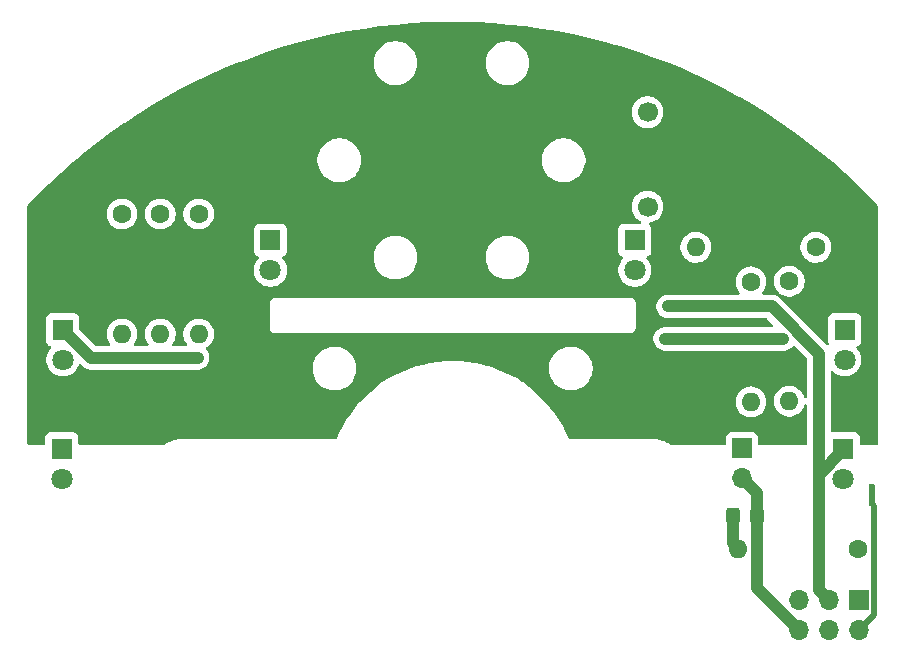
<source format=gbr>
%TF.GenerationSoftware,KiCad,Pcbnew,9.0.0*%
%TF.CreationDate,2025-06-18T11:31:42+09:00*%
%TF.ProjectId,headlight_upper_side,68656164-6c69-4676-9874-5f7570706572,00*%
%TF.SameCoordinates,Original*%
%TF.FileFunction,Copper,L1,Top*%
%TF.FilePolarity,Positive*%
%FSLAX46Y46*%
G04 Gerber Fmt 4.6, Leading zero omitted, Abs format (unit mm)*
G04 Created by KiCad (PCBNEW 9.0.0) date 2025-06-18 11:31:42*
%MOMM*%
%LPD*%
G01*
G04 APERTURE LIST*
G04 Aperture macros list*
%AMRoundRect*
0 Rectangle with rounded corners*
0 $1 Rounding radius*
0 $2 $3 $4 $5 $6 $7 $8 $9 X,Y pos of 4 corners*
0 Add a 4 corners polygon primitive as box body*
4,1,4,$2,$3,$4,$5,$6,$7,$8,$9,$2,$3,0*
0 Add four circle primitives for the rounded corners*
1,1,$1+$1,$2,$3*
1,1,$1+$1,$4,$5*
1,1,$1+$1,$6,$7*
1,1,$1+$1,$8,$9*
0 Add four rect primitives between the rounded corners*
20,1,$1+$1,$2,$3,$4,$5,0*
20,1,$1+$1,$4,$5,$6,$7,0*
20,1,$1+$1,$6,$7,$8,$9,0*
20,1,$1+$1,$8,$9,$2,$3,0*%
G04 Aperture macros list end*
%TA.AperFunction,ComponentPad*%
%ADD10R,1.800000X1.800000*%
%TD*%
%TA.AperFunction,ComponentPad*%
%ADD11C,1.800000*%
%TD*%
%TA.AperFunction,SMDPad,CuDef*%
%ADD12RoundRect,0.250000X0.325000X0.450000X-0.325000X0.450000X-0.325000X-0.450000X0.325000X-0.450000X0*%
%TD*%
%TA.AperFunction,ComponentPad*%
%ADD13C,1.700000*%
%TD*%
%TA.AperFunction,ComponentPad*%
%ADD14C,1.600000*%
%TD*%
%TA.AperFunction,ComponentPad*%
%ADD15O,1.600000X1.600000*%
%TD*%
%TA.AperFunction,ComponentPad*%
%ADD16R,1.700000X1.700000*%
%TD*%
%TA.AperFunction,ComponentPad*%
%ADD17O,1.700000X1.700000*%
%TD*%
%TA.AperFunction,ViaPad*%
%ADD18C,0.600000*%
%TD*%
%TA.AperFunction,Conductor*%
%ADD19C,1.000000*%
%TD*%
%TA.AperFunction,Conductor*%
%ADD20C,0.500000*%
%TD*%
G04 APERTURE END LIST*
D10*
%TO.P,IR4,1,K*%
%TO.N,IR*%
X94830233Y-59299432D03*
D11*
%TO.P,IR4,2,A*%
%TO.N,Net-(IR4-A)*%
X94830233Y-61839432D03*
%TD*%
D10*
%TO.P,LB1,1,K*%
%TO.N,LB*%
X28749999Y-49224999D03*
D11*
%TO.P,LB1,2,A*%
%TO.N,Net-(LB1-A)*%
X28749999Y-51764999D03*
%TD*%
D10*
%TO.P,IR1,1,K*%
%TO.N,IR*%
X28669765Y-59299432D03*
D11*
%TO.P,IR1,2,A*%
%TO.N,Net-(IR1-A)*%
X28669765Y-61839432D03*
%TD*%
D10*
%TO.P,LB2,1,K*%
%TO.N,LB*%
X94949999Y-49224999D03*
D11*
%TO.P,LB2,2,A*%
%TO.N,Net-(LB2-A)*%
X94949999Y-51764999D03*
%TD*%
D12*
%TO.P,PWR1,1,K*%
%TO.N,GND*%
X87524999Y-64999999D03*
%TO.P,PWR1,2,A*%
%TO.N,Net-(PWR1-A)*%
X85474999Y-64999999D03*
%TD*%
D10*
%TO.P,IR3,1,K*%
%TO.N,IR*%
X77175566Y-41644765D03*
D11*
%TO.P,IR3,2,A*%
%TO.N,Net-(IR3-A)*%
X77175566Y-44184765D03*
%TD*%
D13*
%TO.P,HB1,1,K*%
%TO.N,HB_K*%
X78249999Y-30807758D03*
%TO.P,HB1,2,A*%
%TO.N,HB_A*%
X78249999Y-38807758D03*
%TD*%
D10*
%TO.P,IR2,1,K*%
%TO.N,IR*%
X46324432Y-41644765D03*
D11*
%TO.P,IR2,2,A*%
%TO.N,Net-(IR2-A)*%
X46324432Y-44184765D03*
%TD*%
D14*
%TO.P,R6,1*%
%TO.N,+5.1V*%
X90249999Y-45119999D03*
D15*
%TO.P,R6,2*%
%TO.N,Net-(IR4-A)*%
X90249999Y-55279999D03*
%TD*%
D14*
%TO.P,R9,1*%
%TO.N,+5.1V*%
X96079999Y-67749999D03*
D15*
%TO.P,R9,2*%
%TO.N,Net-(PWR1-A)*%
X85919999Y-67749999D03*
%TD*%
D14*
%TO.P,R1,1*%
%TO.N,+5.1V*%
X33749999Y-39419999D03*
D15*
%TO.P,R1,2*%
%TO.N,Net-(LB1-A)*%
X33749999Y-49579999D03*
%TD*%
D16*
%TO.P,J2,1,Pin_1*%
%TO.N,+5.1V*%
X96160000Y-72137142D03*
D17*
%TO.P,J2,2,Pin_2*%
%TO.N,LB*%
X96160000Y-74677142D03*
%TO.P,J2,3,Pin_3*%
%TO.N,IR*%
X93620000Y-72137142D03*
%TO.P,J2,4,Pin_4*%
%TO.N,HB_A*%
X93620000Y-74677142D03*
%TO.P,J2,5,Pin_5*%
%TO.N,HB_K*%
X91080000Y-72137142D03*
%TO.P,J2,6,Pin_6*%
%TO.N,GND*%
X91080000Y-74677142D03*
%TD*%
D14*
%TO.P,R4,1*%
%TO.N,+5.1V*%
X40249999Y-39419999D03*
D15*
%TO.P,R4,2*%
%TO.N,Net-(IR2-A)*%
X40249999Y-49579999D03*
%TD*%
D16*
%TO.P,M1,1,+*%
%TO.N,+5.1V*%
X86249999Y-59224999D03*
D17*
%TO.P,M1,2,-*%
%TO.N,GND*%
X86249999Y-61764999D03*
%TD*%
D14*
%TO.P,R5,1*%
%TO.N,+5.1V*%
X92499999Y-42249999D03*
D15*
%TO.P,R5,2*%
%TO.N,Net-(IR3-A)*%
X82339999Y-42249999D03*
%TD*%
D14*
%TO.P,R2,1*%
%TO.N,+5.1V*%
X86999999Y-45169999D03*
D15*
%TO.P,R2,2*%
%TO.N,Net-(LB2-A)*%
X86999999Y-55329999D03*
%TD*%
D14*
%TO.P,R3,1*%
%TO.N,+5.1V*%
X36999999Y-39419999D03*
D15*
%TO.P,R3,2*%
%TO.N,Net-(IR1-A)*%
X36999999Y-49579999D03*
%TD*%
D18*
%TO.N,IR*%
X79999999Y-47249999D03*
X80749999Y-47249999D03*
X81499999Y-47249999D03*
%TO.N,LB*%
X81249999Y-49999999D03*
X88999999Y-49999999D03*
X80499999Y-49999999D03*
X39349999Y-51599999D03*
X38549999Y-51599999D03*
X40149999Y-51599999D03*
X97248999Y-63199999D03*
X88249999Y-49999999D03*
X79749999Y-49999999D03*
X89749999Y-49999999D03*
X97249999Y-63899999D03*
X97248999Y-62500999D03*
%TD*%
D19*
%TO.N,GND*%
X91080000Y-74677142D02*
X87524999Y-71122141D01*
X87524999Y-68749999D02*
X87524999Y-63039999D01*
X87524999Y-63039999D02*
X86249999Y-61764999D01*
X87524999Y-71122141D02*
X87524999Y-68749999D01*
%TO.N,IR*%
X92749999Y-51249999D02*
X92749999Y-61499999D01*
X93620000Y-72137142D02*
X92749999Y-71267141D01*
X88749999Y-47249999D02*
X92749999Y-51249999D01*
X79999999Y-47249999D02*
X80749999Y-47249999D01*
X92749999Y-71267141D02*
X92749999Y-61499999D01*
X80749999Y-47249999D02*
X81499999Y-47249999D01*
X81499999Y-47249999D02*
X88749999Y-47249999D01*
X94830233Y-59299432D02*
X94830233Y-59419765D01*
X94830233Y-59419765D02*
X92749999Y-61499999D01*
D20*
%TO.N,LB*%
X97248999Y-63898999D02*
X97248999Y-63199999D01*
D19*
X88249999Y-49999999D02*
X88999999Y-49999999D01*
D20*
X97248999Y-63199999D02*
X97248999Y-62500999D01*
D19*
X38549999Y-51599999D02*
X31124999Y-51599999D01*
X39349999Y-51599999D02*
X40149999Y-51599999D01*
X88999999Y-49999999D02*
X89749999Y-49999999D01*
X79749999Y-49999999D02*
X88249999Y-49999999D01*
D20*
X97249999Y-63899999D02*
X97461000Y-64111000D01*
D19*
X38549999Y-51599999D02*
X39349999Y-51599999D01*
D20*
X97461000Y-64111000D02*
X97461000Y-73376142D01*
X97249999Y-63899999D02*
X97248999Y-63898999D01*
D19*
X31124999Y-51599999D02*
X28749999Y-49224999D01*
D20*
X97461000Y-73376142D02*
X96160000Y-74677142D01*
D19*
%TO.N,Net-(PWR1-A)*%
X85474999Y-64999999D02*
X85474999Y-67304999D01*
X85474999Y-67304999D02*
X85919999Y-67749999D01*
%TD*%
%TA.AperFunction,NonConductor*%
G36*
X62438456Y-23154740D02*
G01*
X63807972Y-23192789D01*
X63811312Y-23192927D01*
X65179311Y-23269000D01*
X65182689Y-23269234D01*
X66548007Y-23383267D01*
X66551433Y-23383601D01*
X67913010Y-23535502D01*
X67916326Y-23535918D01*
X69273238Y-23725583D01*
X69276604Y-23726101D01*
X70627689Y-23953372D01*
X70630972Y-23953971D01*
X71859938Y-24195975D01*
X71975275Y-24218687D01*
X71978644Y-24219400D01*
X73314924Y-24521313D01*
X73318272Y-24522117D01*
X74645801Y-24861063D01*
X74649027Y-24861935D01*
X75496542Y-25103584D01*
X75966558Y-25237598D01*
X75969859Y-25238588D01*
X77276436Y-25650693D01*
X77279652Y-25651756D01*
X77780931Y-25825311D01*
X78574312Y-26099999D01*
X78577550Y-26101171D01*
X79419501Y-26419123D01*
X79859263Y-26585194D01*
X79862420Y-26586438D01*
X80302640Y-26766805D01*
X81130127Y-27105844D01*
X81133296Y-27107193D01*
X82386165Y-27661639D01*
X82389290Y-27663074D01*
X82416035Y-27675810D01*
X83626206Y-28252067D01*
X83629294Y-28253591D01*
X84849414Y-28876728D01*
X84852459Y-28878336D01*
X85090945Y-29008609D01*
X85973146Y-29490512D01*
X86054776Y-29535102D01*
X86057762Y-29536787D01*
X87241444Y-30226731D01*
X87244351Y-30228480D01*
X88408365Y-30951000D01*
X88411266Y-30952857D01*
X89554743Y-31707412D01*
X89557590Y-31709348D01*
X90679704Y-32495390D01*
X90682498Y-32497405D01*
X91641285Y-33209535D01*
X91782335Y-33314298D01*
X91785061Y-33316383D01*
X92861820Y-34163530D01*
X92864434Y-34165646D01*
X93917282Y-35042397D01*
X93919833Y-35044581D01*
X94947895Y-35950207D01*
X94950437Y-35952510D01*
X95777876Y-36723258D01*
X95952923Y-36886311D01*
X95955399Y-36888682D01*
X96931594Y-37849993D01*
X96933960Y-37852387D01*
X97714924Y-38665384D01*
X97747170Y-38727367D01*
X97749499Y-38751285D01*
X97749499Y-58875999D01*
X97729814Y-58943038D01*
X97677010Y-58988793D01*
X97625499Y-58999999D01*
X96354732Y-58999999D01*
X96287693Y-58980314D01*
X96241938Y-58927510D01*
X96230732Y-58875999D01*
X96230732Y-58351561D01*
X96230731Y-58351555D01*
X96230730Y-58351548D01*
X96224324Y-58291949D01*
X96174029Y-58157101D01*
X96174028Y-58157100D01*
X96174026Y-58157096D01*
X96087780Y-58041887D01*
X96087777Y-58041884D01*
X95972568Y-57955638D01*
X95972561Y-57955634D01*
X95837715Y-57905340D01*
X95837716Y-57905340D01*
X95778116Y-57898933D01*
X95778114Y-57898932D01*
X95778106Y-57898932D01*
X95778097Y-57898932D01*
X93882357Y-57898932D01*
X93881124Y-57898999D01*
X93880844Y-57898932D01*
X93879041Y-57898933D01*
X93879041Y-57898506D01*
X93813128Y-57882924D01*
X93764618Y-57832640D01*
X93750499Y-57775176D01*
X93750499Y-52845468D01*
X93770184Y-52778429D01*
X93822988Y-52732674D01*
X93892146Y-52722730D01*
X93955702Y-52751755D01*
X93962180Y-52757787D01*
X94037635Y-52833242D01*
X94037640Y-52833246D01*
X94103318Y-52880963D01*
X94215977Y-52962814D01*
X94344374Y-53028236D01*
X94412392Y-53062894D01*
X94412395Y-53062895D01*
X94514589Y-53096099D01*
X94622048Y-53131014D01*
X94839777Y-53165499D01*
X94839778Y-53165499D01*
X95060220Y-53165499D01*
X95060221Y-53165499D01*
X95277950Y-53131014D01*
X95487605Y-53062894D01*
X95684021Y-52962814D01*
X95862364Y-52833241D01*
X96018241Y-52677364D01*
X96147814Y-52499021D01*
X96247894Y-52302605D01*
X96316014Y-52092950D01*
X96350499Y-51875221D01*
X96350499Y-51654777D01*
X96316014Y-51437048D01*
X96247894Y-51227393D01*
X96247894Y-51227392D01*
X96213236Y-51159374D01*
X96147814Y-51030977D01*
X96097857Y-50962217D01*
X96018246Y-50852640D01*
X96018242Y-50852635D01*
X95968070Y-50802463D01*
X95934585Y-50741140D01*
X95939569Y-50671448D01*
X95981441Y-50615515D01*
X96012419Y-50598600D01*
X96092325Y-50568797D01*
X96092325Y-50568796D01*
X96092330Y-50568795D01*
X96207545Y-50482545D01*
X96293795Y-50367330D01*
X96344090Y-50232482D01*
X96350499Y-50172872D01*
X96350498Y-48277127D01*
X96344090Y-48217516D01*
X96342051Y-48212050D01*
X96293796Y-48082670D01*
X96293792Y-48082663D01*
X96207546Y-47967454D01*
X96207543Y-47967451D01*
X96092334Y-47881205D01*
X96092327Y-47881201D01*
X95957481Y-47830907D01*
X95957482Y-47830907D01*
X95897882Y-47824500D01*
X95897880Y-47824499D01*
X95897872Y-47824499D01*
X95897863Y-47824499D01*
X94002128Y-47824499D01*
X94002122Y-47824500D01*
X93942515Y-47830907D01*
X93807670Y-47881201D01*
X93807663Y-47881205D01*
X93692454Y-47967451D01*
X93692451Y-47967454D01*
X93606205Y-48082663D01*
X93606201Y-48082670D01*
X93555907Y-48217516D01*
X93550245Y-48270184D01*
X93549500Y-48277122D01*
X93549499Y-48277134D01*
X93549499Y-50172869D01*
X93549500Y-50172875D01*
X93555908Y-50232483D01*
X93599703Y-50349906D01*
X93604687Y-50419597D01*
X93571201Y-50480920D01*
X93509878Y-50514404D01*
X93440186Y-50509419D01*
X93395840Y-50480919D01*
X93387780Y-50472859D01*
X89534208Y-46619288D01*
X89534205Y-46619284D01*
X89534205Y-46619285D01*
X89527138Y-46612218D01*
X89527138Y-46612217D01*
X89387781Y-46472860D01*
X89387780Y-46472859D01*
X89387779Y-46472858D01*
X89223919Y-46363370D01*
X89223910Y-46363365D01*
X89131811Y-46325217D01*
X89095164Y-46310037D01*
X89041835Y-46287948D01*
X89041831Y-46287947D01*
X89041827Y-46287945D01*
X88945187Y-46268723D01*
X88848543Y-46249499D01*
X88848540Y-46249499D01*
X88059046Y-46249499D01*
X87992007Y-46229814D01*
X87946252Y-46177010D01*
X87936308Y-46107852D01*
X87965333Y-46044296D01*
X87971365Y-46037818D01*
X87991965Y-46017218D01*
X87991967Y-46017214D01*
X87991970Y-46017212D01*
X88044731Y-45944589D01*
X88112286Y-45851609D01*
X88205219Y-45669218D01*
X88268476Y-45474533D01*
X88300499Y-45272351D01*
X88300499Y-45067647D01*
X88292580Y-45017647D01*
X88949499Y-45017647D01*
X88949499Y-45222350D01*
X88981521Y-45424533D01*
X89044780Y-45619222D01*
X89137714Y-45801612D01*
X89258027Y-45967212D01*
X89402785Y-46111970D01*
X89492307Y-46177010D01*
X89568389Y-46232286D01*
X89639901Y-46268723D01*
X89750775Y-46325217D01*
X89750777Y-46325217D01*
X89750780Y-46325219D01*
X89855136Y-46359126D01*
X89945464Y-46388476D01*
X90046556Y-46404487D01*
X90147647Y-46420499D01*
X90147648Y-46420499D01*
X90352350Y-46420499D01*
X90352351Y-46420499D01*
X90554533Y-46388476D01*
X90749218Y-46325219D01*
X90931609Y-46232286D01*
X91028398Y-46161965D01*
X91097212Y-46111970D01*
X91097214Y-46111967D01*
X91097218Y-46111965D01*
X91241965Y-45967218D01*
X91241967Y-45967214D01*
X91241970Y-45967212D01*
X91325959Y-45851609D01*
X91362286Y-45801609D01*
X91455219Y-45619218D01*
X91518476Y-45424533D01*
X91550499Y-45222351D01*
X91550499Y-45017647D01*
X91518476Y-44815465D01*
X91455219Y-44620780D01*
X91455217Y-44620777D01*
X91455217Y-44620775D01*
X91400158Y-44512717D01*
X91362286Y-44438389D01*
X91354555Y-44427748D01*
X91241970Y-44272785D01*
X91097212Y-44128027D01*
X90931612Y-44007714D01*
X90931611Y-44007713D01*
X90931609Y-44007712D01*
X90874652Y-43978690D01*
X90749222Y-43914780D01*
X90554533Y-43851521D01*
X90379994Y-43823877D01*
X90352351Y-43819499D01*
X90147647Y-43819499D01*
X90123328Y-43823350D01*
X89945464Y-43851521D01*
X89750775Y-43914780D01*
X89568385Y-44007714D01*
X89402785Y-44128027D01*
X89258027Y-44272785D01*
X89137714Y-44438385D01*
X89044780Y-44620775D01*
X88981521Y-44815464D01*
X88949499Y-45017647D01*
X88292580Y-45017647D01*
X88268476Y-44865465D01*
X88205219Y-44670780D01*
X88205217Y-44670777D01*
X88205217Y-44670775D01*
X88171502Y-44604606D01*
X88112286Y-44488389D01*
X88104555Y-44477748D01*
X87991970Y-44322785D01*
X87847212Y-44178027D01*
X87681612Y-44057714D01*
X87681611Y-44057713D01*
X87681609Y-44057712D01*
X87583479Y-44007712D01*
X87499222Y-43964780D01*
X87304533Y-43901521D01*
X87129994Y-43873877D01*
X87102351Y-43869499D01*
X86897647Y-43869499D01*
X86873328Y-43873350D01*
X86695464Y-43901521D01*
X86500775Y-43964780D01*
X86318385Y-44057714D01*
X86152785Y-44178027D01*
X86008027Y-44322785D01*
X85887714Y-44488385D01*
X85794780Y-44670775D01*
X85731521Y-44865464D01*
X85699499Y-45067647D01*
X85699499Y-45272350D01*
X85731521Y-45474533D01*
X85794780Y-45669222D01*
X85887714Y-45851612D01*
X86008027Y-46017212D01*
X86028633Y-46037818D01*
X86062118Y-46099141D01*
X86057134Y-46168833D01*
X86015262Y-46224766D01*
X85949798Y-46249183D01*
X85940952Y-46249499D01*
X79901456Y-46249499D01*
X79708169Y-46287946D01*
X79708159Y-46287949D01*
X79526091Y-46363363D01*
X79526078Y-46363370D01*
X79362217Y-46472859D01*
X79362213Y-46472862D01*
X79222862Y-46612213D01*
X79222859Y-46612217D01*
X79113370Y-46776078D01*
X79113363Y-46776091D01*
X79037949Y-46958159D01*
X79037946Y-46958169D01*
X78999499Y-47151455D01*
X78999499Y-47151458D01*
X78999499Y-47348540D01*
X78999499Y-47348542D01*
X78999498Y-47348542D01*
X79037946Y-47541828D01*
X79037949Y-47541838D01*
X79113363Y-47723906D01*
X79113370Y-47723919D01*
X79222859Y-47887780D01*
X79222862Y-47887784D01*
X79362213Y-48027135D01*
X79362217Y-48027138D01*
X79526078Y-48136627D01*
X79526091Y-48136634D01*
X79708159Y-48212048D01*
X79708164Y-48212050D01*
X79708168Y-48212050D01*
X79708169Y-48212051D01*
X79901455Y-48250499D01*
X79901458Y-48250499D01*
X80651458Y-48250499D01*
X81401458Y-48250499D01*
X88284217Y-48250499D01*
X88351256Y-48270184D01*
X88371898Y-48286818D01*
X88872898Y-48787818D01*
X88906383Y-48849141D01*
X88901399Y-48918833D01*
X88859527Y-48974766D01*
X88794063Y-48999183D01*
X88785217Y-48999499D01*
X79651456Y-48999499D01*
X79458169Y-49037946D01*
X79458159Y-49037949D01*
X79276091Y-49113363D01*
X79276078Y-49113370D01*
X79112217Y-49222859D01*
X79112213Y-49222862D01*
X78972862Y-49362213D01*
X78972859Y-49362217D01*
X78863370Y-49526078D01*
X78863363Y-49526091D01*
X78787949Y-49708159D01*
X78787946Y-49708169D01*
X78749499Y-49901455D01*
X78749499Y-49901458D01*
X78749499Y-50098540D01*
X78749499Y-50098542D01*
X78749498Y-50098542D01*
X78787946Y-50291828D01*
X78787949Y-50291838D01*
X78863363Y-50473906D01*
X78863370Y-50473919D01*
X78972859Y-50637780D01*
X78972862Y-50637784D01*
X79112213Y-50777135D01*
X79112217Y-50777138D01*
X79276078Y-50886627D01*
X79276091Y-50886634D01*
X79448780Y-50958163D01*
X79458164Y-50962050D01*
X79458168Y-50962050D01*
X79458169Y-50962051D01*
X79651455Y-51000499D01*
X79651458Y-51000499D01*
X89848542Y-51000499D01*
X89978581Y-50974631D01*
X90041834Y-50962050D01*
X90223913Y-50886631D01*
X90387781Y-50777138D01*
X90527138Y-50637781D01*
X90527145Y-50637770D01*
X90528560Y-50636047D01*
X90529542Y-50635377D01*
X90531446Y-50633474D01*
X90531806Y-50633834D01*
X90586302Y-50596707D01*
X90656147Y-50594830D01*
X90712102Y-50627022D01*
X91713180Y-51628100D01*
X91746665Y-51689423D01*
X91749499Y-51715781D01*
X91749499Y-54903574D01*
X91729814Y-54970613D01*
X91677010Y-55016368D01*
X91607852Y-55026312D01*
X91544296Y-54997287D01*
X91507568Y-54941893D01*
X91455217Y-54780775D01*
X91387760Y-54648385D01*
X91362286Y-54598389D01*
X91354555Y-54587748D01*
X91241970Y-54432785D01*
X91097212Y-54288027D01*
X90931612Y-54167714D01*
X90931611Y-54167713D01*
X90931609Y-54167712D01*
X90874652Y-54138690D01*
X90749222Y-54074780D01*
X90554533Y-54011521D01*
X90379994Y-53983877D01*
X90352351Y-53979499D01*
X90147647Y-53979499D01*
X90123328Y-53983350D01*
X89945464Y-54011521D01*
X89750775Y-54074780D01*
X89568385Y-54167714D01*
X89402785Y-54288027D01*
X89258027Y-54432785D01*
X89137714Y-54598385D01*
X89044780Y-54780775D01*
X88981521Y-54975464D01*
X88949499Y-55177647D01*
X88949499Y-55382350D01*
X88981521Y-55584533D01*
X89044780Y-55779222D01*
X89137714Y-55961612D01*
X89258027Y-56127212D01*
X89402785Y-56271970D01*
X89557748Y-56384555D01*
X89568389Y-56392286D01*
X89684606Y-56451502D01*
X89750775Y-56485217D01*
X89750777Y-56485217D01*
X89750780Y-56485219D01*
X89855136Y-56519126D01*
X89945464Y-56548476D01*
X90046556Y-56564487D01*
X90147647Y-56580499D01*
X90147648Y-56580499D01*
X90352350Y-56580499D01*
X90352351Y-56580499D01*
X90554533Y-56548476D01*
X90749218Y-56485219D01*
X90931609Y-56392286D01*
X91024589Y-56324731D01*
X91097212Y-56271970D01*
X91097214Y-56271967D01*
X91097218Y-56271965D01*
X91241965Y-56127218D01*
X91241967Y-56127214D01*
X91241970Y-56127212D01*
X91325959Y-56011609D01*
X91362286Y-55961609D01*
X91455219Y-55779218D01*
X91507568Y-55618105D01*
X91547006Y-55560429D01*
X91611364Y-55533231D01*
X91680211Y-55545146D01*
X91731686Y-55592390D01*
X91749499Y-55656423D01*
X91749499Y-58875999D01*
X91729814Y-58943038D01*
X91677010Y-58988793D01*
X91625499Y-58999999D01*
X87724498Y-58999999D01*
X87657459Y-58980314D01*
X87611704Y-58927510D01*
X87600498Y-58875999D01*
X87600498Y-58327128D01*
X87600497Y-58327122D01*
X87600496Y-58327115D01*
X87594090Y-58267516D01*
X87543795Y-58132668D01*
X87543794Y-58132667D01*
X87543792Y-58132663D01*
X87457546Y-58017454D01*
X87457543Y-58017451D01*
X87342334Y-57931205D01*
X87342327Y-57931201D01*
X87207481Y-57880907D01*
X87207482Y-57880907D01*
X87147882Y-57874500D01*
X87147880Y-57874499D01*
X87147872Y-57874499D01*
X87147863Y-57874499D01*
X85352128Y-57874499D01*
X85352122Y-57874500D01*
X85292515Y-57880907D01*
X85157670Y-57931201D01*
X85157663Y-57931205D01*
X85042454Y-58017451D01*
X85042451Y-58017454D01*
X84956205Y-58132663D01*
X84956201Y-58132670D01*
X84905907Y-58267516D01*
X84899500Y-58327115D01*
X84899500Y-58327122D01*
X84899499Y-58327134D01*
X84899499Y-58875999D01*
X84879814Y-58943038D01*
X84827010Y-58988793D01*
X84775499Y-58999999D01*
X80292926Y-58999999D01*
X80225887Y-58980314D01*
X80222486Y-58978049D01*
X80045973Y-58856210D01*
X80045968Y-58856207D01*
X80045967Y-58856207D01*
X79922700Y-58791511D01*
X79778119Y-58715629D01*
X79778114Y-58715627D01*
X79778112Y-58715626D01*
X79699462Y-58685798D01*
X79495270Y-58608357D01*
X79425033Y-58591045D01*
X79201550Y-58535962D01*
X79021370Y-58514084D01*
X78901253Y-58499499D01*
X78901251Y-58499499D01*
X78815891Y-58499499D01*
X71677908Y-58499499D01*
X71610869Y-58479814D01*
X71565114Y-58427010D01*
X71564304Y-58425199D01*
X71521394Y-58327115D01*
X71357442Y-57952352D01*
X71070500Y-57389978D01*
X70750676Y-56845632D01*
X70399097Y-56321234D01*
X70289607Y-56177212D01*
X70017013Y-55818642D01*
X69844847Y-55618105D01*
X69605749Y-55339605D01*
X69576133Y-55308991D01*
X69576132Y-55308989D01*
X69497442Y-55227647D01*
X85699499Y-55227647D01*
X85699499Y-55432350D01*
X85731521Y-55634533D01*
X85794780Y-55829222D01*
X85887714Y-56011612D01*
X86008027Y-56177212D01*
X86152785Y-56321970D01*
X86249565Y-56392283D01*
X86318389Y-56442286D01*
X86402646Y-56485217D01*
X86500775Y-56535217D01*
X86500777Y-56535217D01*
X86500780Y-56535219D01*
X86576156Y-56559710D01*
X86695464Y-56598476D01*
X86796556Y-56614487D01*
X86897647Y-56630499D01*
X86897648Y-56630499D01*
X87102350Y-56630499D01*
X87102351Y-56630499D01*
X87304533Y-56598476D01*
X87499218Y-56535219D01*
X87681609Y-56442286D01*
X87774589Y-56374731D01*
X87847212Y-56321970D01*
X87847214Y-56321967D01*
X87847218Y-56321965D01*
X87991965Y-56177218D01*
X87991967Y-56177214D01*
X87991970Y-56177212D01*
X88048983Y-56098739D01*
X88112286Y-56011609D01*
X88205219Y-55829218D01*
X88268476Y-55634533D01*
X88300499Y-55432351D01*
X88300499Y-55227647D01*
X88268476Y-55025465D01*
X88259320Y-54997287D01*
X88223107Y-54885833D01*
X88205219Y-54830780D01*
X88205217Y-54830777D01*
X88205217Y-54830775D01*
X88171502Y-54764606D01*
X88112286Y-54648389D01*
X88104555Y-54637748D01*
X87991970Y-54482785D01*
X87847212Y-54338027D01*
X87681612Y-54217714D01*
X87681611Y-54217713D01*
X87681609Y-54217712D01*
X87583479Y-54167712D01*
X87499222Y-54124780D01*
X87304533Y-54061521D01*
X87129994Y-54033877D01*
X87102351Y-54029499D01*
X86897647Y-54029499D01*
X86873328Y-54033350D01*
X86695464Y-54061521D01*
X86500775Y-54124780D01*
X86318385Y-54217714D01*
X86152785Y-54338027D01*
X86008027Y-54482785D01*
X85887714Y-54648385D01*
X85794780Y-54830775D01*
X85731521Y-55025464D01*
X85699499Y-55227647D01*
X69497442Y-55227647D01*
X69166787Y-54885848D01*
X69166772Y-54885833D01*
X68701655Y-54458947D01*
X68701629Y-54458925D01*
X68211987Y-54060405D01*
X68211984Y-54060403D01*
X68211977Y-54060397D01*
X67699518Y-53691635D01*
X67646951Y-53658359D01*
X67166071Y-53353951D01*
X67166064Y-53353946D01*
X66762739Y-53131013D01*
X66613514Y-53048530D01*
X66043797Y-52776453D01*
X66043786Y-52776448D01*
X65458950Y-52538687D01*
X65458918Y-52538675D01*
X65321451Y-52492092D01*
X64986865Y-52378710D01*
X69899499Y-52378710D01*
X69899499Y-52621287D01*
X69931160Y-52861784D01*
X69993946Y-53096103D01*
X70086772Y-53320204D01*
X70086775Y-53320211D01*
X70208063Y-53530288D01*
X70208065Y-53530291D01*
X70208066Y-53530292D01*
X70355732Y-53722735D01*
X70355738Y-53722742D01*
X70527255Y-53894259D01*
X70527262Y-53894265D01*
X70638342Y-53979499D01*
X70719710Y-54041935D01*
X70929787Y-54163223D01*
X71153899Y-54256053D01*
X71388210Y-54318837D01*
X71534021Y-54338033D01*
X71628710Y-54350499D01*
X71628711Y-54350499D01*
X71871288Y-54350499D01*
X71919387Y-54344166D01*
X72111788Y-54318837D01*
X72346099Y-54256053D01*
X72570211Y-54163223D01*
X72780288Y-54041935D01*
X72972737Y-53894264D01*
X73144264Y-53722737D01*
X73291935Y-53530288D01*
X73413223Y-53320211D01*
X73506053Y-53096099D01*
X73568837Y-52861788D01*
X73600499Y-52621287D01*
X73600499Y-52378711D01*
X73568837Y-52138210D01*
X73506053Y-51903899D01*
X73413223Y-51679787D01*
X73291935Y-51469710D01*
X73231017Y-51390320D01*
X73144265Y-51277262D01*
X73144259Y-51277255D01*
X72972742Y-51105738D01*
X72972735Y-51105732D01*
X72780292Y-50958066D01*
X72780291Y-50958065D01*
X72780288Y-50958063D01*
X72570211Y-50836775D01*
X72570204Y-50836772D01*
X72346103Y-50743946D01*
X72204245Y-50705935D01*
X72111788Y-50681161D01*
X72111787Y-50681160D01*
X72111784Y-50681160D01*
X71871288Y-50649499D01*
X71871287Y-50649499D01*
X71628711Y-50649499D01*
X71628710Y-50649499D01*
X71388213Y-50681160D01*
X71153894Y-50743946D01*
X70929793Y-50836772D01*
X70929784Y-50836776D01*
X70719705Y-50958066D01*
X70527262Y-51105732D01*
X70527255Y-51105738D01*
X70355738Y-51277255D01*
X70355732Y-51277262D01*
X70208066Y-51469705D01*
X70086776Y-51679784D01*
X70086772Y-51679793D01*
X69993946Y-51903894D01*
X69931160Y-52138213D01*
X69899499Y-52378710D01*
X64986865Y-52378710D01*
X64860994Y-52336056D01*
X64860993Y-52336055D01*
X64860985Y-52336053D01*
X64252061Y-52169282D01*
X64212676Y-52160973D01*
X63634322Y-52038959D01*
X63634302Y-52038955D01*
X63009923Y-51945539D01*
X62381074Y-51889354D01*
X62381042Y-51889352D01*
X61750009Y-51870604D01*
X61749989Y-51870604D01*
X61118955Y-51889352D01*
X61118923Y-51889354D01*
X60490074Y-51945539D01*
X59865695Y-52038955D01*
X59865675Y-52038959D01*
X59247950Y-52169279D01*
X59247945Y-52169280D01*
X59247937Y-52169282D01*
X58639013Y-52336053D01*
X58639008Y-52336054D01*
X58639003Y-52336056D01*
X58041079Y-52538675D01*
X58041047Y-52538687D01*
X57456211Y-52776448D01*
X57456200Y-52776453D01*
X56886483Y-53048530D01*
X56886483Y-53048531D01*
X56333933Y-53353946D01*
X56333926Y-53353951D01*
X55800488Y-53691629D01*
X55288035Y-54060387D01*
X55288010Y-54060405D01*
X54798368Y-54458925D01*
X54798342Y-54458947D01*
X54333225Y-54885833D01*
X54333210Y-54885848D01*
X53894276Y-55339574D01*
X53894251Y-55339602D01*
X53894249Y-55339605D01*
X53857551Y-55382351D01*
X53482984Y-55818642D01*
X53100898Y-56321237D01*
X52749333Y-56845614D01*
X52749314Y-56845645D01*
X52429508Y-57389960D01*
X52429491Y-57389990D01*
X52142554Y-57952356D01*
X51935694Y-58425199D01*
X51890790Y-58478728D01*
X51824074Y-58499483D01*
X51822090Y-58499499D01*
X38598744Y-58499499D01*
X38448596Y-58517730D01*
X38298447Y-58535962D01*
X38149461Y-58572684D01*
X38004727Y-58608358D01*
X37782133Y-58692777D01*
X37721886Y-58715626D01*
X37721883Y-58715627D01*
X37721879Y-58715629D01*
X37721878Y-58715629D01*
X37454034Y-58856205D01*
X37277514Y-58978049D01*
X37211160Y-58999932D01*
X37207074Y-58999999D01*
X30194264Y-58999999D01*
X30127225Y-58980314D01*
X30081470Y-58927510D01*
X30070264Y-58875999D01*
X30070264Y-58351561D01*
X30070263Y-58351555D01*
X30070262Y-58351548D01*
X30063856Y-58291949D01*
X30013561Y-58157101D01*
X30013560Y-58157100D01*
X30013558Y-58157096D01*
X29927312Y-58041887D01*
X29927309Y-58041884D01*
X29812100Y-57955638D01*
X29812093Y-57955634D01*
X29677247Y-57905340D01*
X29677248Y-57905340D01*
X29617648Y-57898933D01*
X29617646Y-57898932D01*
X29617638Y-57898932D01*
X29617629Y-57898932D01*
X27721894Y-57898932D01*
X27721888Y-57898933D01*
X27662281Y-57905340D01*
X27527436Y-57955634D01*
X27527429Y-57955638D01*
X27412220Y-58041884D01*
X27412217Y-58041887D01*
X27325971Y-58157096D01*
X27325967Y-58157103D01*
X27275673Y-58291949D01*
X27271891Y-58327134D01*
X27269266Y-58351555D01*
X27269265Y-58351567D01*
X27269265Y-58875999D01*
X27249580Y-58943038D01*
X27196776Y-58988793D01*
X27145265Y-58999999D01*
X25874499Y-58999999D01*
X25807460Y-58980314D01*
X25761705Y-58927510D01*
X25750499Y-58875999D01*
X25750499Y-48277134D01*
X27349499Y-48277134D01*
X27349499Y-50172869D01*
X27349500Y-50172875D01*
X27355907Y-50232482D01*
X27406201Y-50367327D01*
X27406205Y-50367334D01*
X27492451Y-50482543D01*
X27492454Y-50482546D01*
X27607663Y-50568792D01*
X27607670Y-50568796D01*
X27687579Y-50598600D01*
X27743513Y-50640471D01*
X27767930Y-50705935D01*
X27753079Y-50774208D01*
X27731928Y-50802462D01*
X27681755Y-50852635D01*
X27681751Y-50852640D01*
X27552186Y-51030973D01*
X27452103Y-51227392D01*
X27452102Y-51227395D01*
X27383984Y-51437046D01*
X27378811Y-51469710D01*
X27349499Y-51654777D01*
X27349499Y-51875221D01*
X27352129Y-51891828D01*
X27383984Y-52092951D01*
X27452102Y-52302602D01*
X27452103Y-52302605D01*
X27490882Y-52378711D01*
X27548653Y-52492092D01*
X27552186Y-52499024D01*
X27681751Y-52677357D01*
X27681755Y-52677362D01*
X27837635Y-52833242D01*
X27837640Y-52833246D01*
X27903318Y-52880963D01*
X28015977Y-52962814D01*
X28144374Y-53028236D01*
X28212392Y-53062894D01*
X28212395Y-53062895D01*
X28314589Y-53096099D01*
X28422048Y-53131014D01*
X28639777Y-53165499D01*
X28639778Y-53165499D01*
X28860220Y-53165499D01*
X28860221Y-53165499D01*
X29077950Y-53131014D01*
X29287605Y-53062894D01*
X29484021Y-52962814D01*
X29662364Y-52833241D01*
X29818241Y-52677364D01*
X29947814Y-52499021D01*
X30047894Y-52302605D01*
X30074825Y-52219717D01*
X30076376Y-52217448D01*
X30076573Y-52214703D01*
X30095982Y-52188776D01*
X30114260Y-52162045D01*
X30116795Y-52160973D01*
X30118445Y-52158770D01*
X30148792Y-52147451D01*
X30178618Y-52134846D01*
X30181329Y-52135315D01*
X30183909Y-52134353D01*
X30215559Y-52141238D01*
X30247465Y-52146759D01*
X30250315Y-52148798D01*
X30252182Y-52149205D01*
X30280436Y-52170356D01*
X30344734Y-52234654D01*
X30344763Y-52234685D01*
X30487213Y-52377135D01*
X30487217Y-52377138D01*
X30651081Y-52486629D01*
X30651083Y-52486629D01*
X30651085Y-52486631D01*
X30776746Y-52538681D01*
X30833163Y-52562050D01*
X30929811Y-52581274D01*
X30998271Y-52594892D01*
X31026457Y-52600499D01*
X31026458Y-52600499D01*
X40248542Y-52600499D01*
X40378581Y-52574631D01*
X40441834Y-52562050D01*
X40623913Y-52486631D01*
X40785428Y-52378710D01*
X49899499Y-52378710D01*
X49899499Y-52621287D01*
X49931160Y-52861784D01*
X49993946Y-53096103D01*
X50086772Y-53320204D01*
X50086775Y-53320211D01*
X50208063Y-53530288D01*
X50208065Y-53530291D01*
X50208066Y-53530292D01*
X50355732Y-53722735D01*
X50355738Y-53722742D01*
X50527255Y-53894259D01*
X50527262Y-53894265D01*
X50638342Y-53979499D01*
X50719710Y-54041935D01*
X50929787Y-54163223D01*
X51153899Y-54256053D01*
X51388210Y-54318837D01*
X51534021Y-54338033D01*
X51628710Y-54350499D01*
X51628711Y-54350499D01*
X51871288Y-54350499D01*
X51919387Y-54344166D01*
X52111788Y-54318837D01*
X52346099Y-54256053D01*
X52570211Y-54163223D01*
X52780288Y-54041935D01*
X52972737Y-53894264D01*
X53144264Y-53722737D01*
X53291935Y-53530288D01*
X53413223Y-53320211D01*
X53506053Y-53096099D01*
X53568837Y-52861788D01*
X53600499Y-52621287D01*
X53600499Y-52378711D01*
X53568837Y-52138210D01*
X53506053Y-51903899D01*
X53413223Y-51679787D01*
X53291935Y-51469710D01*
X53231017Y-51390320D01*
X53144265Y-51277262D01*
X53144259Y-51277255D01*
X52972742Y-51105738D01*
X52972735Y-51105732D01*
X52780292Y-50958066D01*
X52780291Y-50958065D01*
X52780288Y-50958063D01*
X52570211Y-50836775D01*
X52570204Y-50836772D01*
X52346103Y-50743946D01*
X52204245Y-50705935D01*
X52111788Y-50681161D01*
X52111787Y-50681160D01*
X52111784Y-50681160D01*
X51871288Y-50649499D01*
X51871287Y-50649499D01*
X51628711Y-50649499D01*
X51628710Y-50649499D01*
X51388213Y-50681160D01*
X51153894Y-50743946D01*
X50929793Y-50836772D01*
X50929784Y-50836776D01*
X50719705Y-50958066D01*
X50527262Y-51105732D01*
X50527255Y-51105738D01*
X50355738Y-51277255D01*
X50355732Y-51277262D01*
X50208066Y-51469705D01*
X50086776Y-51679784D01*
X50086772Y-51679793D01*
X49993946Y-51903894D01*
X49931160Y-52138213D01*
X49899499Y-52378710D01*
X40785428Y-52378710D01*
X40787781Y-52377138D01*
X40828866Y-52336053D01*
X40877949Y-52286971D01*
X40927135Y-52237784D01*
X40927138Y-52237781D01*
X41036631Y-52073913D01*
X41112050Y-51891834D01*
X41150499Y-51698540D01*
X41150499Y-51501458D01*
X41150499Y-51501455D01*
X41112051Y-51308169D01*
X41112050Y-51308168D01*
X41112050Y-51308164D01*
X41078594Y-51227393D01*
X41036634Y-51126091D01*
X41036627Y-51126078D01*
X40927138Y-50962217D01*
X40927135Y-50962213D01*
X40870512Y-50905590D01*
X40837027Y-50844267D01*
X40842011Y-50774575D01*
X40883883Y-50718642D01*
X40901899Y-50707424D01*
X40904821Y-50705935D01*
X40931609Y-50692286D01*
X41006625Y-50637784D01*
X41097212Y-50571970D01*
X41097214Y-50571967D01*
X41097218Y-50571965D01*
X41241965Y-50427218D01*
X41241967Y-50427214D01*
X41241970Y-50427212D01*
X41298135Y-50349906D01*
X41362286Y-50261609D01*
X41455219Y-50079218D01*
X41518476Y-49884533D01*
X41550499Y-49682351D01*
X41550499Y-49477647D01*
X41538280Y-49400499D01*
X41518476Y-49275464D01*
X41455217Y-49080775D01*
X41401202Y-48974766D01*
X41362286Y-48898389D01*
X41326506Y-48849141D01*
X41241970Y-48732785D01*
X41097212Y-48588027D01*
X40931612Y-48467714D01*
X40931611Y-48467713D01*
X40931609Y-48467712D01*
X40874652Y-48438690D01*
X40749222Y-48374780D01*
X40554533Y-48311521D01*
X40379994Y-48283877D01*
X40352351Y-48279499D01*
X40147647Y-48279499D01*
X40123328Y-48283350D01*
X39945464Y-48311521D01*
X39750775Y-48374780D01*
X39568385Y-48467714D01*
X39402785Y-48588027D01*
X39258027Y-48732785D01*
X39137714Y-48898385D01*
X39044780Y-49080775D01*
X38981521Y-49275464D01*
X38949499Y-49477647D01*
X38949499Y-49682350D01*
X38981521Y-49884533D01*
X39044780Y-50079222D01*
X39137711Y-50261608D01*
X39240157Y-50402614D01*
X39263636Y-50468421D01*
X39247810Y-50536475D01*
X39197704Y-50585169D01*
X39139838Y-50599499D01*
X38110160Y-50599499D01*
X38043121Y-50579814D01*
X37997366Y-50527010D01*
X37987422Y-50457852D01*
X38009841Y-50402614D01*
X38048135Y-50349906D01*
X38112286Y-50261609D01*
X38205219Y-50079218D01*
X38268476Y-49884533D01*
X38300499Y-49682351D01*
X38300499Y-49477647D01*
X38288280Y-49400499D01*
X38268476Y-49275464D01*
X38205217Y-49080775D01*
X38151202Y-48974766D01*
X38112286Y-48898389D01*
X38076506Y-48849141D01*
X37991970Y-48732785D01*
X37847212Y-48588027D01*
X37681612Y-48467714D01*
X37681611Y-48467713D01*
X37681609Y-48467712D01*
X37624652Y-48438690D01*
X37499222Y-48374780D01*
X37304533Y-48311521D01*
X37129994Y-48283877D01*
X37102351Y-48279499D01*
X36897647Y-48279499D01*
X36873328Y-48283350D01*
X36695464Y-48311521D01*
X36500775Y-48374780D01*
X36318385Y-48467714D01*
X36152785Y-48588027D01*
X36008027Y-48732785D01*
X35887714Y-48898385D01*
X35794780Y-49080775D01*
X35731521Y-49275464D01*
X35699499Y-49477647D01*
X35699499Y-49682350D01*
X35731521Y-49884533D01*
X35794780Y-50079222D01*
X35887711Y-50261608D01*
X35990157Y-50402614D01*
X36013636Y-50468421D01*
X35997810Y-50536475D01*
X35947704Y-50585169D01*
X35889838Y-50599499D01*
X34860160Y-50599499D01*
X34793121Y-50579814D01*
X34747366Y-50527010D01*
X34737422Y-50457852D01*
X34759841Y-50402614D01*
X34798135Y-50349906D01*
X34862286Y-50261609D01*
X34955219Y-50079218D01*
X35018476Y-49884533D01*
X35050499Y-49682351D01*
X35050499Y-49477647D01*
X35038280Y-49400499D01*
X35018476Y-49275464D01*
X34955217Y-49080775D01*
X34901202Y-48974766D01*
X34862286Y-48898389D01*
X34826506Y-48849141D01*
X34741970Y-48732785D01*
X34597212Y-48588027D01*
X34431612Y-48467714D01*
X34431611Y-48467713D01*
X34431609Y-48467712D01*
X34374652Y-48438690D01*
X34249222Y-48374780D01*
X34054533Y-48311521D01*
X33879994Y-48283877D01*
X33852351Y-48279499D01*
X33647647Y-48279499D01*
X33623328Y-48283350D01*
X33445464Y-48311521D01*
X33250775Y-48374780D01*
X33068385Y-48467714D01*
X32902785Y-48588027D01*
X32758027Y-48732785D01*
X32637714Y-48898385D01*
X32544780Y-49080775D01*
X32481521Y-49275464D01*
X32449499Y-49477647D01*
X32449499Y-49682350D01*
X32481521Y-49884533D01*
X32544780Y-50079222D01*
X32637711Y-50261608D01*
X32740157Y-50402614D01*
X32763636Y-50468421D01*
X32747810Y-50536475D01*
X32697704Y-50585169D01*
X32639838Y-50599499D01*
X31590781Y-50599499D01*
X31523742Y-50579814D01*
X31503100Y-50563180D01*
X30186817Y-49246897D01*
X30153332Y-49185574D01*
X30150498Y-49159216D01*
X30150498Y-48277128D01*
X30150497Y-48277122D01*
X30150496Y-48277115D01*
X30144090Y-48217516D01*
X30142051Y-48212050D01*
X30093796Y-48082670D01*
X30093792Y-48082663D01*
X30007546Y-47967454D01*
X30007543Y-47967451D01*
X29892334Y-47881205D01*
X29892327Y-47881201D01*
X29757481Y-47830907D01*
X29757482Y-47830907D01*
X29697882Y-47824500D01*
X29697880Y-47824499D01*
X29697872Y-47824499D01*
X29697863Y-47824499D01*
X27802128Y-47824499D01*
X27802122Y-47824500D01*
X27742515Y-47830907D01*
X27607670Y-47881201D01*
X27607663Y-47881205D01*
X27492454Y-47967451D01*
X27492451Y-47967454D01*
X27406205Y-48082663D01*
X27406201Y-48082670D01*
X27355907Y-48217516D01*
X27350245Y-48270184D01*
X27349500Y-48277122D01*
X27349499Y-48277134D01*
X25750499Y-48277134D01*
X25750499Y-46934108D01*
X46249500Y-46934108D01*
X46249500Y-49065891D01*
X46283608Y-49193187D01*
X46300740Y-49222860D01*
X46349500Y-49307314D01*
X46442686Y-49400500D01*
X46556814Y-49466392D01*
X46684108Y-49500500D01*
X46684110Y-49500500D01*
X76815890Y-49500500D01*
X76815892Y-49500500D01*
X76943186Y-49466392D01*
X77057314Y-49400500D01*
X77150500Y-49307314D01*
X77216392Y-49193186D01*
X77250500Y-49065892D01*
X77250500Y-46934108D01*
X77216392Y-46806814D01*
X77150500Y-46692686D01*
X77057314Y-46599500D01*
X77000250Y-46566554D01*
X76943187Y-46533608D01*
X76879539Y-46516554D01*
X76815892Y-46499500D01*
X61815892Y-46499500D01*
X46815892Y-46499500D01*
X46684108Y-46499500D01*
X46556812Y-46533608D01*
X46442686Y-46599500D01*
X46442683Y-46599502D01*
X46349502Y-46692683D01*
X46349500Y-46692686D01*
X46283608Y-46806812D01*
X46249500Y-46934108D01*
X25750499Y-46934108D01*
X25750499Y-39317647D01*
X32449499Y-39317647D01*
X32449499Y-39522350D01*
X32481521Y-39724533D01*
X32544780Y-39919222D01*
X32637714Y-40101612D01*
X32758027Y-40267212D01*
X32902785Y-40411970D01*
X33057748Y-40524555D01*
X33068389Y-40532286D01*
X33184606Y-40591502D01*
X33250775Y-40625217D01*
X33250777Y-40625217D01*
X33250780Y-40625219D01*
X33355136Y-40659126D01*
X33445464Y-40688476D01*
X33498651Y-40696900D01*
X33647647Y-40720499D01*
X33647648Y-40720499D01*
X33852350Y-40720499D01*
X33852351Y-40720499D01*
X34054533Y-40688476D01*
X34249218Y-40625219D01*
X34431609Y-40532286D01*
X34524589Y-40464731D01*
X34597212Y-40411970D01*
X34597214Y-40411967D01*
X34597218Y-40411965D01*
X34741965Y-40267218D01*
X34741967Y-40267214D01*
X34741970Y-40267212D01*
X34831775Y-40143604D01*
X34862286Y-40101609D01*
X34955219Y-39919218D01*
X35018476Y-39724533D01*
X35050499Y-39522351D01*
X35050499Y-39317647D01*
X35699499Y-39317647D01*
X35699499Y-39522350D01*
X35731521Y-39724533D01*
X35794780Y-39919222D01*
X35887714Y-40101612D01*
X36008027Y-40267212D01*
X36152785Y-40411970D01*
X36307748Y-40524555D01*
X36318389Y-40532286D01*
X36434606Y-40591502D01*
X36500775Y-40625217D01*
X36500777Y-40625217D01*
X36500780Y-40625219D01*
X36605136Y-40659126D01*
X36695464Y-40688476D01*
X36748651Y-40696900D01*
X36897647Y-40720499D01*
X36897648Y-40720499D01*
X37102350Y-40720499D01*
X37102351Y-40720499D01*
X37304533Y-40688476D01*
X37499218Y-40625219D01*
X37681609Y-40532286D01*
X37774589Y-40464731D01*
X37847212Y-40411970D01*
X37847214Y-40411967D01*
X37847218Y-40411965D01*
X37991965Y-40267218D01*
X37991967Y-40267214D01*
X37991970Y-40267212D01*
X38081775Y-40143604D01*
X38112286Y-40101609D01*
X38205219Y-39919218D01*
X38268476Y-39724533D01*
X38300499Y-39522351D01*
X38300499Y-39317647D01*
X38949499Y-39317647D01*
X38949499Y-39522350D01*
X38981521Y-39724533D01*
X39044780Y-39919222D01*
X39137714Y-40101612D01*
X39258027Y-40267212D01*
X39402785Y-40411970D01*
X39557748Y-40524555D01*
X39568389Y-40532286D01*
X39684606Y-40591502D01*
X39750775Y-40625217D01*
X39750777Y-40625217D01*
X39750780Y-40625219D01*
X39855136Y-40659126D01*
X39945464Y-40688476D01*
X39998651Y-40696900D01*
X40147647Y-40720499D01*
X40147648Y-40720499D01*
X40352350Y-40720499D01*
X40352351Y-40720499D01*
X40501347Y-40696900D01*
X44923932Y-40696900D01*
X44923932Y-42592635D01*
X44923933Y-42592641D01*
X44930340Y-42652248D01*
X44980634Y-42787093D01*
X44980638Y-42787100D01*
X45066884Y-42902309D01*
X45066887Y-42902312D01*
X45182096Y-42988558D01*
X45182103Y-42988562D01*
X45262012Y-43018366D01*
X45317946Y-43060237D01*
X45342363Y-43125701D01*
X45327512Y-43193974D01*
X45306361Y-43222228D01*
X45256188Y-43272401D01*
X45256184Y-43272406D01*
X45126619Y-43450739D01*
X45026536Y-43647158D01*
X45026535Y-43647161D01*
X44958417Y-43856812D01*
X44923932Y-44074543D01*
X44923932Y-44294986D01*
X44958417Y-44512717D01*
X45026535Y-44722368D01*
X45026536Y-44722371D01*
X45126619Y-44918790D01*
X45256184Y-45097123D01*
X45256188Y-45097128D01*
X45412068Y-45253008D01*
X45412073Y-45253012D01*
X45567624Y-45366025D01*
X45590410Y-45382580D01*
X45672747Y-45424533D01*
X45786825Y-45482660D01*
X45786828Y-45482661D01*
X45891653Y-45516720D01*
X45996481Y-45550780D01*
X46214210Y-45585265D01*
X46214211Y-45585265D01*
X46434653Y-45585265D01*
X46434654Y-45585265D01*
X46652383Y-45550780D01*
X46862038Y-45482660D01*
X47058454Y-45382580D01*
X47236797Y-45253007D01*
X47392674Y-45097130D01*
X47522247Y-44918787D01*
X47622327Y-44722371D01*
X47690447Y-44512716D01*
X47724932Y-44294987D01*
X47724932Y-44074543D01*
X47690447Y-43856814D01*
X47638230Y-43696103D01*
X47622328Y-43647161D01*
X47622327Y-43647158D01*
X47556759Y-43518476D01*
X47522247Y-43450743D01*
X47457980Y-43362286D01*
X47392679Y-43272406D01*
X47392675Y-43272401D01*
X47342503Y-43222229D01*
X47309018Y-43160906D01*
X47314002Y-43091214D01*
X47355874Y-43035281D01*
X47386852Y-43018366D01*
X47466758Y-42988563D01*
X47466758Y-42988562D01*
X47466763Y-42988561D01*
X47479922Y-42978710D01*
X55049499Y-42978710D01*
X55049499Y-43221287D01*
X55081160Y-43461784D01*
X55143946Y-43696103D01*
X55208323Y-43851522D01*
X55236775Y-43920211D01*
X55358063Y-44130288D01*
X55358065Y-44130291D01*
X55358066Y-44130292D01*
X55505732Y-44322735D01*
X55505738Y-44322742D01*
X55677255Y-44494259D01*
X55677261Y-44494264D01*
X55869710Y-44641935D01*
X56079787Y-44763223D01*
X56303899Y-44856053D01*
X56538210Y-44918837D01*
X56718585Y-44942583D01*
X56778710Y-44950499D01*
X56778711Y-44950499D01*
X57021288Y-44950499D01*
X57069387Y-44944166D01*
X57261788Y-44918837D01*
X57496099Y-44856053D01*
X57720211Y-44763223D01*
X57930288Y-44641935D01*
X58122737Y-44494264D01*
X58294264Y-44322737D01*
X58441935Y-44130288D01*
X58563223Y-43920211D01*
X58656053Y-43696099D01*
X58718837Y-43461788D01*
X58750499Y-43221287D01*
X58750499Y-42978711D01*
X58750499Y-42978710D01*
X64549499Y-42978710D01*
X64549499Y-43221287D01*
X64581160Y-43461784D01*
X64643946Y-43696103D01*
X64708323Y-43851522D01*
X64736775Y-43920211D01*
X64858063Y-44130288D01*
X64858065Y-44130291D01*
X64858066Y-44130292D01*
X65005732Y-44322735D01*
X65005738Y-44322742D01*
X65177255Y-44494259D01*
X65177261Y-44494264D01*
X65369710Y-44641935D01*
X65579787Y-44763223D01*
X65803899Y-44856053D01*
X66038210Y-44918837D01*
X66218585Y-44942583D01*
X66278710Y-44950499D01*
X66278711Y-44950499D01*
X66521288Y-44950499D01*
X66569387Y-44944166D01*
X66761788Y-44918837D01*
X66996099Y-44856053D01*
X67220211Y-44763223D01*
X67430288Y-44641935D01*
X67622737Y-44494264D01*
X67794264Y-44322737D01*
X67941935Y-44130288D01*
X68063223Y-43920211D01*
X68156053Y-43696099D01*
X68218837Y-43461788D01*
X68250499Y-43221287D01*
X68250499Y-42978711D01*
X68218837Y-42738210D01*
X68156053Y-42503899D01*
X68063223Y-42279787D01*
X67941935Y-42069710D01*
X67794264Y-41877261D01*
X67794259Y-41877255D01*
X67622742Y-41705738D01*
X67622735Y-41705732D01*
X67430292Y-41558066D01*
X67430291Y-41558065D01*
X67430288Y-41558063D01*
X67220211Y-41436775D01*
X67138140Y-41402780D01*
X66996103Y-41343946D01*
X66761784Y-41281160D01*
X66521288Y-41249499D01*
X66521287Y-41249499D01*
X66278711Y-41249499D01*
X66278710Y-41249499D01*
X66038213Y-41281160D01*
X65803894Y-41343946D01*
X65579793Y-41436772D01*
X65579784Y-41436776D01*
X65369705Y-41558066D01*
X65177262Y-41705732D01*
X65177255Y-41705738D01*
X65005738Y-41877255D01*
X65005732Y-41877262D01*
X64858066Y-42069705D01*
X64736776Y-42279784D01*
X64736772Y-42279793D01*
X64643946Y-42503894D01*
X64581160Y-42738213D01*
X64549499Y-42978710D01*
X58750499Y-42978710D01*
X58718837Y-42738210D01*
X58656053Y-42503899D01*
X58563223Y-42279787D01*
X58441935Y-42069710D01*
X58294264Y-41877261D01*
X58294259Y-41877255D01*
X58122742Y-41705738D01*
X58122735Y-41705732D01*
X57930292Y-41558066D01*
X57930291Y-41558065D01*
X57930288Y-41558063D01*
X57720211Y-41436775D01*
X57638140Y-41402780D01*
X57496103Y-41343946D01*
X57261784Y-41281160D01*
X57021288Y-41249499D01*
X57021287Y-41249499D01*
X56778711Y-41249499D01*
X56778710Y-41249499D01*
X56538213Y-41281160D01*
X56303894Y-41343946D01*
X56079793Y-41436772D01*
X56079784Y-41436776D01*
X55869705Y-41558066D01*
X55677262Y-41705732D01*
X55677255Y-41705738D01*
X55505738Y-41877255D01*
X55505732Y-41877262D01*
X55358066Y-42069705D01*
X55236776Y-42279784D01*
X55236772Y-42279793D01*
X55143946Y-42503894D01*
X55081160Y-42738213D01*
X55049499Y-42978710D01*
X47479922Y-42978710D01*
X47581978Y-42902311D01*
X47668228Y-42787096D01*
X47718523Y-42652248D01*
X47724932Y-42592638D01*
X47724931Y-40696900D01*
X75775066Y-40696900D01*
X75775066Y-42592635D01*
X75775067Y-42592641D01*
X75781474Y-42652248D01*
X75831768Y-42787093D01*
X75831772Y-42787100D01*
X75918018Y-42902309D01*
X75918021Y-42902312D01*
X76033230Y-42988558D01*
X76033237Y-42988562D01*
X76113146Y-43018366D01*
X76169080Y-43060237D01*
X76193497Y-43125701D01*
X76178646Y-43193974D01*
X76157495Y-43222228D01*
X76107322Y-43272401D01*
X76107318Y-43272406D01*
X75977753Y-43450739D01*
X75877670Y-43647158D01*
X75877669Y-43647161D01*
X75809551Y-43856812D01*
X75775066Y-44074543D01*
X75775066Y-44294986D01*
X75809551Y-44512717D01*
X75877669Y-44722368D01*
X75877670Y-44722371D01*
X75977753Y-44918790D01*
X76107318Y-45097123D01*
X76107322Y-45097128D01*
X76263202Y-45253008D01*
X76263207Y-45253012D01*
X76418758Y-45366025D01*
X76441544Y-45382580D01*
X76523881Y-45424533D01*
X76637959Y-45482660D01*
X76637962Y-45482661D01*
X76742787Y-45516720D01*
X76847615Y-45550780D01*
X77065344Y-45585265D01*
X77065345Y-45585265D01*
X77285787Y-45585265D01*
X77285788Y-45585265D01*
X77503517Y-45550780D01*
X77713172Y-45482660D01*
X77909588Y-45382580D01*
X78087931Y-45253007D01*
X78243808Y-45097130D01*
X78373381Y-44918787D01*
X78473461Y-44722371D01*
X78541581Y-44512716D01*
X78576066Y-44294987D01*
X78576066Y-44074543D01*
X78541581Y-43856814D01*
X78489364Y-43696103D01*
X78473462Y-43647161D01*
X78473461Y-43647158D01*
X78407893Y-43518476D01*
X78373381Y-43450743D01*
X78309114Y-43362286D01*
X78243813Y-43272406D01*
X78243809Y-43272401D01*
X78193637Y-43222229D01*
X78160152Y-43160906D01*
X78165136Y-43091214D01*
X78207008Y-43035281D01*
X78237986Y-43018366D01*
X78317892Y-42988563D01*
X78317892Y-42988562D01*
X78317897Y-42988561D01*
X78433112Y-42902311D01*
X78519362Y-42787096D01*
X78569657Y-42652248D01*
X78576066Y-42592638D01*
X78576066Y-42147647D01*
X81039499Y-42147647D01*
X81039499Y-42352350D01*
X81071521Y-42554533D01*
X81134780Y-42749222D01*
X81198690Y-42874652D01*
X81212784Y-42902312D01*
X81227714Y-42931612D01*
X81348027Y-43097212D01*
X81492785Y-43241970D01*
X81647748Y-43354555D01*
X81658389Y-43362286D01*
X81774606Y-43421502D01*
X81840775Y-43455217D01*
X81840777Y-43455217D01*
X81840780Y-43455219D01*
X81945136Y-43489126D01*
X82035464Y-43518476D01*
X82136556Y-43534487D01*
X82237647Y-43550499D01*
X82237648Y-43550499D01*
X82442350Y-43550499D01*
X82442351Y-43550499D01*
X82644533Y-43518476D01*
X82839218Y-43455219D01*
X83021609Y-43362286D01*
X83114589Y-43294731D01*
X83187212Y-43241970D01*
X83187214Y-43241967D01*
X83187218Y-43241965D01*
X83331965Y-43097218D01*
X83331967Y-43097214D01*
X83331970Y-43097212D01*
X83410907Y-42988563D01*
X83452286Y-42931609D01*
X83545219Y-42749218D01*
X83608476Y-42554533D01*
X83640499Y-42352351D01*
X83640499Y-42147647D01*
X91199499Y-42147647D01*
X91199499Y-42352350D01*
X91231521Y-42554533D01*
X91294780Y-42749222D01*
X91358690Y-42874652D01*
X91372784Y-42902312D01*
X91387714Y-42931612D01*
X91508027Y-43097212D01*
X91652785Y-43241970D01*
X91807748Y-43354555D01*
X91818389Y-43362286D01*
X91934606Y-43421502D01*
X92000775Y-43455217D01*
X92000777Y-43455217D01*
X92000780Y-43455219D01*
X92105136Y-43489126D01*
X92195464Y-43518476D01*
X92296556Y-43534487D01*
X92397647Y-43550499D01*
X92397648Y-43550499D01*
X92602350Y-43550499D01*
X92602351Y-43550499D01*
X92804533Y-43518476D01*
X92999218Y-43455219D01*
X93181609Y-43362286D01*
X93274589Y-43294731D01*
X93347212Y-43241970D01*
X93347214Y-43241967D01*
X93347218Y-43241965D01*
X93491965Y-43097218D01*
X93491967Y-43097214D01*
X93491970Y-43097212D01*
X93570907Y-42988563D01*
X93612286Y-42931609D01*
X93705219Y-42749218D01*
X93768476Y-42554533D01*
X93800499Y-42352351D01*
X93800499Y-42147647D01*
X93768476Y-41945465D01*
X93746315Y-41877262D01*
X93705217Y-41750775D01*
X93671502Y-41684606D01*
X93612286Y-41568389D01*
X93604555Y-41557748D01*
X93491970Y-41402785D01*
X93347212Y-41258027D01*
X93181612Y-41137714D01*
X93181611Y-41137713D01*
X93181609Y-41137712D01*
X93124652Y-41108690D01*
X92999222Y-41044780D01*
X92804533Y-40981521D01*
X92629994Y-40953877D01*
X92602351Y-40949499D01*
X92397647Y-40949499D01*
X92373328Y-40953350D01*
X92195464Y-40981521D01*
X92000775Y-41044780D01*
X91818385Y-41137714D01*
X91652785Y-41258027D01*
X91508027Y-41402785D01*
X91387714Y-41568385D01*
X91294780Y-41750775D01*
X91231521Y-41945464D01*
X91199499Y-42147647D01*
X83640499Y-42147647D01*
X83608476Y-41945465D01*
X83586315Y-41877262D01*
X83545217Y-41750775D01*
X83511502Y-41684606D01*
X83452286Y-41568389D01*
X83444555Y-41557748D01*
X83331970Y-41402785D01*
X83187212Y-41258027D01*
X83021612Y-41137714D01*
X83021611Y-41137713D01*
X83021609Y-41137712D01*
X82964652Y-41108690D01*
X82839222Y-41044780D01*
X82644533Y-40981521D01*
X82469994Y-40953877D01*
X82442351Y-40949499D01*
X82237647Y-40949499D01*
X82213328Y-40953350D01*
X82035464Y-40981521D01*
X81840775Y-41044780D01*
X81658385Y-41137714D01*
X81492785Y-41258027D01*
X81348027Y-41402785D01*
X81227714Y-41568385D01*
X81134780Y-41750775D01*
X81071521Y-41945464D01*
X81039499Y-42147647D01*
X78576066Y-42147647D01*
X78576065Y-41568389D01*
X78576065Y-40696894D01*
X78576064Y-40696888D01*
X78576063Y-40696881D01*
X78569657Y-40637282D01*
X78549443Y-40583086D01*
X78519363Y-40502436D01*
X78519359Y-40502429D01*
X78467689Y-40433408D01*
X78433112Y-40387219D01*
X78402142Y-40364035D01*
X78360273Y-40308103D01*
X78355289Y-40238411D01*
X78388774Y-40177088D01*
X78450098Y-40143604D01*
X78457045Y-40142299D01*
X78566242Y-40125004D01*
X78768411Y-40059315D01*
X78957815Y-39962809D01*
X79017808Y-39919222D01*
X79129785Y-39837867D01*
X79129787Y-39837864D01*
X79129791Y-39837862D01*
X79280103Y-39687550D01*
X79280105Y-39687546D01*
X79280108Y-39687544D01*
X79405047Y-39515578D01*
X79405046Y-39515578D01*
X79405050Y-39515574D01*
X79501556Y-39326170D01*
X79567245Y-39124001D01*
X79600499Y-38914045D01*
X79600499Y-38701471D01*
X79567245Y-38491515D01*
X79501556Y-38289346D01*
X79405050Y-38099942D01*
X79405048Y-38099939D01*
X79405047Y-38099937D01*
X79280108Y-37927971D01*
X79129785Y-37777648D01*
X78957819Y-37652709D01*
X78768413Y-37556202D01*
X78768412Y-37556201D01*
X78768411Y-37556201D01*
X78566242Y-37490512D01*
X78566240Y-37490511D01*
X78566239Y-37490511D01*
X78404956Y-37464966D01*
X78356286Y-37457258D01*
X78143712Y-37457258D01*
X78095041Y-37464966D01*
X77933759Y-37490511D01*
X77731584Y-37556202D01*
X77542178Y-37652709D01*
X77370212Y-37777648D01*
X77219889Y-37927971D01*
X77094950Y-38099937D01*
X76998443Y-38289343D01*
X76998442Y-38289345D01*
X76998442Y-38289346D01*
X76992474Y-38307714D01*
X76932752Y-38491518D01*
X76899499Y-38701471D01*
X76899499Y-38914044D01*
X76932752Y-39123997D01*
X76998443Y-39326172D01*
X77094950Y-39515578D01*
X77219889Y-39687544D01*
X77370212Y-39837867D01*
X77542178Y-39962806D01*
X77542180Y-39962807D01*
X77542183Y-39962809D01*
X77634369Y-40009780D01*
X77685165Y-40057755D01*
X77701960Y-40125576D01*
X77679423Y-40191710D01*
X77624708Y-40235162D01*
X77578074Y-40244265D01*
X76227695Y-40244265D01*
X76227689Y-40244266D01*
X76168082Y-40250673D01*
X76033237Y-40300967D01*
X76033230Y-40300971D01*
X75918021Y-40387217D01*
X75918018Y-40387220D01*
X75831772Y-40502429D01*
X75831768Y-40502436D01*
X75781474Y-40637282D01*
X75775971Y-40688476D01*
X75775067Y-40696888D01*
X75775066Y-40696900D01*
X47724931Y-40696900D01*
X47724931Y-40696893D01*
X47718523Y-40637282D01*
X47698309Y-40583086D01*
X47668229Y-40502436D01*
X47668225Y-40502429D01*
X47581979Y-40387220D01*
X47581976Y-40387217D01*
X47466767Y-40300971D01*
X47466760Y-40300967D01*
X47331914Y-40250673D01*
X47331915Y-40250673D01*
X47272315Y-40244266D01*
X47272313Y-40244265D01*
X47272305Y-40244265D01*
X47272296Y-40244265D01*
X45376561Y-40244265D01*
X45376555Y-40244266D01*
X45316948Y-40250673D01*
X45182103Y-40300967D01*
X45182096Y-40300971D01*
X45066887Y-40387217D01*
X45066884Y-40387220D01*
X44980638Y-40502429D01*
X44980634Y-40502436D01*
X44930340Y-40637282D01*
X44924837Y-40688476D01*
X44923933Y-40696888D01*
X44923932Y-40696900D01*
X40501347Y-40696900D01*
X40554533Y-40688476D01*
X40749218Y-40625219D01*
X40931609Y-40532286D01*
X41024589Y-40464731D01*
X41097212Y-40411970D01*
X41097214Y-40411967D01*
X41097218Y-40411965D01*
X41241965Y-40267218D01*
X41241967Y-40267214D01*
X41241970Y-40267212D01*
X41331775Y-40143604D01*
X41362286Y-40101609D01*
X41455219Y-39919218D01*
X41518476Y-39724533D01*
X41550499Y-39522351D01*
X41550499Y-39317647D01*
X41519828Y-39124001D01*
X41518476Y-39115464D01*
X41455217Y-38920775D01*
X41421502Y-38854606D01*
X41362286Y-38738389D01*
X41335464Y-38701471D01*
X41241970Y-38572785D01*
X41097212Y-38428027D01*
X40931612Y-38307714D01*
X40931611Y-38307713D01*
X40931609Y-38307712D01*
X40874652Y-38278690D01*
X40749222Y-38214780D01*
X40554533Y-38151521D01*
X40379994Y-38123877D01*
X40352351Y-38119499D01*
X40147647Y-38119499D01*
X40123328Y-38123350D01*
X39945464Y-38151521D01*
X39750775Y-38214780D01*
X39568385Y-38307714D01*
X39402785Y-38428027D01*
X39258027Y-38572785D01*
X39137714Y-38738385D01*
X39044780Y-38920775D01*
X38981521Y-39115464D01*
X38949499Y-39317647D01*
X38300499Y-39317647D01*
X38269828Y-39124001D01*
X38268476Y-39115464D01*
X38205217Y-38920775D01*
X38171502Y-38854606D01*
X38112286Y-38738389D01*
X38085464Y-38701471D01*
X37991970Y-38572785D01*
X37847212Y-38428027D01*
X37681612Y-38307714D01*
X37681611Y-38307713D01*
X37681609Y-38307712D01*
X37624652Y-38278690D01*
X37499222Y-38214780D01*
X37304533Y-38151521D01*
X37129994Y-38123877D01*
X37102351Y-38119499D01*
X36897647Y-38119499D01*
X36873328Y-38123350D01*
X36695464Y-38151521D01*
X36500775Y-38214780D01*
X36318385Y-38307714D01*
X36152785Y-38428027D01*
X36008027Y-38572785D01*
X35887714Y-38738385D01*
X35794780Y-38920775D01*
X35731521Y-39115464D01*
X35699499Y-39317647D01*
X35050499Y-39317647D01*
X35019828Y-39124001D01*
X35018476Y-39115464D01*
X34955217Y-38920775D01*
X34921502Y-38854606D01*
X34862286Y-38738389D01*
X34835464Y-38701471D01*
X34741970Y-38572785D01*
X34597212Y-38428027D01*
X34431612Y-38307714D01*
X34431611Y-38307713D01*
X34431609Y-38307712D01*
X34374652Y-38278690D01*
X34249222Y-38214780D01*
X34054533Y-38151521D01*
X33879994Y-38123877D01*
X33852351Y-38119499D01*
X33647647Y-38119499D01*
X33623328Y-38123350D01*
X33445464Y-38151521D01*
X33250775Y-38214780D01*
X33068385Y-38307714D01*
X32902785Y-38428027D01*
X32758027Y-38572785D01*
X32637714Y-38738385D01*
X32544780Y-38920775D01*
X32481521Y-39115464D01*
X32449499Y-39317647D01*
X25750499Y-39317647D01*
X25750499Y-38751285D01*
X25770184Y-38684246D01*
X25785070Y-38665387D01*
X26566073Y-37852350D01*
X26568366Y-37850029D01*
X27544634Y-36888647D01*
X27547026Y-36886356D01*
X28549595Y-35952477D01*
X28552055Y-35950248D01*
X29580200Y-35044550D01*
X29582679Y-35042426D01*
X29932076Y-34751469D01*
X50299499Y-34751469D01*
X50299499Y-34994046D01*
X50331160Y-35234543D01*
X50393946Y-35468862D01*
X50481359Y-35679895D01*
X50486775Y-35692970D01*
X50608063Y-35903047D01*
X50608065Y-35903050D01*
X50608066Y-35903051D01*
X50755732Y-36095494D01*
X50755738Y-36095501D01*
X50927255Y-36267018D01*
X50927261Y-36267023D01*
X51119710Y-36414694D01*
X51329787Y-36535982D01*
X51553899Y-36628812D01*
X51788210Y-36691596D01*
X51968585Y-36715342D01*
X52028710Y-36723258D01*
X52028711Y-36723258D01*
X52271288Y-36723258D01*
X52319387Y-36716925D01*
X52511788Y-36691596D01*
X52746099Y-36628812D01*
X52970211Y-36535982D01*
X53180288Y-36414694D01*
X53372737Y-36267023D01*
X53544264Y-36095496D01*
X53691935Y-35903047D01*
X53813223Y-35692970D01*
X53906053Y-35468858D01*
X53968837Y-35234547D01*
X54000499Y-34994046D01*
X54000499Y-34751470D01*
X54000499Y-34751469D01*
X69299499Y-34751469D01*
X69299499Y-34994046D01*
X69331160Y-35234543D01*
X69393946Y-35468862D01*
X69481359Y-35679895D01*
X69486775Y-35692970D01*
X69608063Y-35903047D01*
X69608065Y-35903050D01*
X69608066Y-35903051D01*
X69755732Y-36095494D01*
X69755738Y-36095501D01*
X69927255Y-36267018D01*
X69927261Y-36267023D01*
X70119710Y-36414694D01*
X70329787Y-36535982D01*
X70553899Y-36628812D01*
X70788210Y-36691596D01*
X70968585Y-36715342D01*
X71028710Y-36723258D01*
X71028711Y-36723258D01*
X71271288Y-36723258D01*
X71319387Y-36716925D01*
X71511788Y-36691596D01*
X71746099Y-36628812D01*
X71970211Y-36535982D01*
X72180288Y-36414694D01*
X72372737Y-36267023D01*
X72544264Y-36095496D01*
X72691935Y-35903047D01*
X72813223Y-35692970D01*
X72906053Y-35468858D01*
X72968837Y-35234547D01*
X73000499Y-34994046D01*
X73000499Y-34751470D01*
X72968837Y-34510969D01*
X72906053Y-34276658D01*
X72813223Y-34052546D01*
X72691935Y-33842469D01*
X72544264Y-33650020D01*
X72544259Y-33650014D01*
X72372742Y-33478497D01*
X72372735Y-33478491D01*
X72180292Y-33330825D01*
X72180291Y-33330824D01*
X72180288Y-33330822D01*
X71970211Y-33209534D01*
X71970204Y-33209531D01*
X71746103Y-33116705D01*
X71511784Y-33053919D01*
X71271288Y-33022258D01*
X71271287Y-33022258D01*
X71028711Y-33022258D01*
X71028710Y-33022258D01*
X70788213Y-33053919D01*
X70553894Y-33116705D01*
X70329793Y-33209531D01*
X70329784Y-33209535D01*
X70119705Y-33330825D01*
X69927262Y-33478491D01*
X69927255Y-33478497D01*
X69755738Y-33650014D01*
X69755732Y-33650021D01*
X69608066Y-33842464D01*
X69486776Y-34052543D01*
X69486772Y-34052552D01*
X69393946Y-34276653D01*
X69331160Y-34510972D01*
X69299499Y-34751469D01*
X54000499Y-34751469D01*
X53968837Y-34510969D01*
X53906053Y-34276658D01*
X53813223Y-34052546D01*
X53691935Y-33842469D01*
X53544264Y-33650020D01*
X53544259Y-33650014D01*
X53372742Y-33478497D01*
X53372735Y-33478491D01*
X53180292Y-33330825D01*
X53180291Y-33330824D01*
X53180288Y-33330822D01*
X52970211Y-33209534D01*
X52970204Y-33209531D01*
X52746103Y-33116705D01*
X52511784Y-33053919D01*
X52271288Y-33022258D01*
X52271287Y-33022258D01*
X52028711Y-33022258D01*
X52028710Y-33022258D01*
X51788213Y-33053919D01*
X51553894Y-33116705D01*
X51329793Y-33209531D01*
X51329784Y-33209535D01*
X51119705Y-33330825D01*
X50927262Y-33478491D01*
X50927255Y-33478497D01*
X50755738Y-33650014D01*
X50755732Y-33650021D01*
X50608066Y-33842464D01*
X50486776Y-34052543D01*
X50486772Y-34052552D01*
X50393946Y-34276653D01*
X50331160Y-34510972D01*
X50299499Y-34751469D01*
X29932076Y-34751469D01*
X30635598Y-34165617D01*
X30638142Y-34163558D01*
X31714970Y-33316355D01*
X31717616Y-33314332D01*
X32817531Y-32497381D01*
X32820293Y-32495390D01*
X33942407Y-31709348D01*
X33945254Y-31707412D01*
X33975363Y-31687544D01*
X35088776Y-30952827D01*
X35091585Y-30951029D01*
X35493635Y-30701471D01*
X76899499Y-30701471D01*
X76899499Y-30914045D01*
X76932753Y-31124001D01*
X76981691Y-31274617D01*
X76998443Y-31326172D01*
X77094950Y-31515578D01*
X77219889Y-31687544D01*
X77370212Y-31837867D01*
X77542178Y-31962806D01*
X77542180Y-31962807D01*
X77542183Y-31962809D01*
X77731587Y-32059315D01*
X77933756Y-32125004D01*
X78143712Y-32158258D01*
X78143713Y-32158258D01*
X78356285Y-32158258D01*
X78356286Y-32158258D01*
X78566242Y-32125004D01*
X78768411Y-32059315D01*
X78957815Y-31962809D01*
X78979788Y-31946844D01*
X79129785Y-31837867D01*
X79129787Y-31837864D01*
X79129791Y-31837862D01*
X79280103Y-31687550D01*
X79280105Y-31687546D01*
X79280108Y-31687544D01*
X79405047Y-31515578D01*
X79405046Y-31515578D01*
X79405050Y-31515574D01*
X79501556Y-31326170D01*
X79567245Y-31124001D01*
X79600499Y-30914045D01*
X79600499Y-30701471D01*
X79567245Y-30491515D01*
X79501556Y-30289346D01*
X79405050Y-30099942D01*
X79405048Y-30099939D01*
X79405047Y-30099937D01*
X79280108Y-29927971D01*
X79129785Y-29777648D01*
X78957819Y-29652709D01*
X78768413Y-29556202D01*
X78768412Y-29556201D01*
X78768411Y-29556201D01*
X78566242Y-29490512D01*
X78566240Y-29490511D01*
X78566239Y-29490511D01*
X78404956Y-29464966D01*
X78356286Y-29457258D01*
X78143712Y-29457258D01*
X78095041Y-29464966D01*
X77933759Y-29490511D01*
X77731584Y-29556202D01*
X77542178Y-29652709D01*
X77370212Y-29777648D01*
X77219889Y-29927971D01*
X77094950Y-30099937D01*
X76998443Y-30289343D01*
X76932752Y-30491518D01*
X76916957Y-30591245D01*
X76899499Y-30701471D01*
X35493635Y-30701471D01*
X36255678Y-30228460D01*
X36258522Y-30226749D01*
X37442265Y-29536769D01*
X37445177Y-29535126D01*
X38647544Y-28878332D01*
X38650583Y-28876728D01*
X39870703Y-28253591D01*
X39873773Y-28252075D01*
X41110734Y-27663061D01*
X41113801Y-27661653D01*
X42366724Y-27107182D01*
X42369845Y-27105854D01*
X43637602Y-26586427D01*
X43640710Y-26585204D01*
X43802176Y-26524228D01*
X55049499Y-26524228D01*
X55049499Y-26766805D01*
X55081160Y-27007302D01*
X55143946Y-27241621D01*
X55236772Y-27465722D01*
X55236775Y-27465729D01*
X55358063Y-27675806D01*
X55358065Y-27675809D01*
X55358066Y-27675810D01*
X55505732Y-27868253D01*
X55505738Y-27868260D01*
X55677255Y-28039777D01*
X55677261Y-28039782D01*
X55869710Y-28187453D01*
X56079787Y-28308741D01*
X56303899Y-28401571D01*
X56538210Y-28464355D01*
X56718585Y-28488101D01*
X56778710Y-28496017D01*
X56778711Y-28496017D01*
X57021288Y-28496017D01*
X57069387Y-28489684D01*
X57261788Y-28464355D01*
X57496099Y-28401571D01*
X57720211Y-28308741D01*
X57930288Y-28187453D01*
X58122737Y-28039782D01*
X58294264Y-27868255D01*
X58441935Y-27675806D01*
X58563223Y-27465729D01*
X58656053Y-27241617D01*
X58718837Y-27007306D01*
X58750499Y-26766805D01*
X58750499Y-26524229D01*
X58750499Y-26524228D01*
X64549499Y-26524228D01*
X64549499Y-26766805D01*
X64581160Y-27007302D01*
X64643946Y-27241621D01*
X64736772Y-27465722D01*
X64736775Y-27465729D01*
X64858063Y-27675806D01*
X64858065Y-27675809D01*
X64858066Y-27675810D01*
X65005732Y-27868253D01*
X65005738Y-27868260D01*
X65177255Y-28039777D01*
X65177261Y-28039782D01*
X65369710Y-28187453D01*
X65579787Y-28308741D01*
X65803899Y-28401571D01*
X66038210Y-28464355D01*
X66218585Y-28488101D01*
X66278710Y-28496017D01*
X66278711Y-28496017D01*
X66521288Y-28496017D01*
X66569387Y-28489684D01*
X66761788Y-28464355D01*
X66996099Y-28401571D01*
X67220211Y-28308741D01*
X67430288Y-28187453D01*
X67622737Y-28039782D01*
X67794264Y-27868255D01*
X67941935Y-27675806D01*
X68063223Y-27465729D01*
X68156053Y-27241617D01*
X68218837Y-27007306D01*
X68250499Y-26766805D01*
X68250499Y-26524229D01*
X68218837Y-26283728D01*
X68156053Y-26049417D01*
X68063223Y-25825305D01*
X67941935Y-25615228D01*
X67794264Y-25422779D01*
X67794259Y-25422773D01*
X67622742Y-25251256D01*
X67622735Y-25251250D01*
X67430292Y-25103584D01*
X67430291Y-25103583D01*
X67430288Y-25103581D01*
X67220211Y-24982293D01*
X67220204Y-24982290D01*
X66996103Y-24889464D01*
X66761784Y-24826678D01*
X66521288Y-24795017D01*
X66521287Y-24795017D01*
X66278711Y-24795017D01*
X66278710Y-24795017D01*
X66038213Y-24826678D01*
X65803894Y-24889464D01*
X65579793Y-24982290D01*
X65579784Y-24982294D01*
X65369705Y-25103584D01*
X65177262Y-25251250D01*
X65177255Y-25251256D01*
X65005738Y-25422773D01*
X65005732Y-25422780D01*
X64858066Y-25615223D01*
X64736776Y-25825302D01*
X64736772Y-25825311D01*
X64643946Y-26049412D01*
X64581160Y-26283731D01*
X64549499Y-26524228D01*
X58750499Y-26524228D01*
X58718837Y-26283728D01*
X58656053Y-26049417D01*
X58563223Y-25825305D01*
X58441935Y-25615228D01*
X58294264Y-25422779D01*
X58294259Y-25422773D01*
X58122742Y-25251256D01*
X58122735Y-25251250D01*
X57930292Y-25103584D01*
X57930291Y-25103583D01*
X57930288Y-25103581D01*
X57720211Y-24982293D01*
X57720204Y-24982290D01*
X57496103Y-24889464D01*
X57261784Y-24826678D01*
X57021288Y-24795017D01*
X57021287Y-24795017D01*
X56778711Y-24795017D01*
X56778710Y-24795017D01*
X56538213Y-24826678D01*
X56303894Y-24889464D01*
X56079793Y-24982290D01*
X56079784Y-24982294D01*
X55869705Y-25103584D01*
X55677262Y-25251250D01*
X55677255Y-25251256D01*
X55505738Y-25422773D01*
X55505732Y-25422780D01*
X55358066Y-25615223D01*
X55236776Y-25825302D01*
X55236772Y-25825311D01*
X55143946Y-26049412D01*
X55081160Y-26283731D01*
X55049499Y-26524228D01*
X43802176Y-26524228D01*
X44922469Y-26101162D01*
X44925662Y-26100007D01*
X46220367Y-25651748D01*
X46223539Y-25650700D01*
X47530158Y-25238582D01*
X47533421Y-25237603D01*
X48850988Y-24861930D01*
X48854178Y-24861067D01*
X50181741Y-24522113D01*
X50185056Y-24521316D01*
X51521361Y-24219398D01*
X51524713Y-24218688D01*
X52869037Y-23953969D01*
X52872295Y-23953374D01*
X54223404Y-23726099D01*
X54226748Y-23725585D01*
X55583680Y-23535916D01*
X55586978Y-23535503D01*
X56948571Y-23383601D01*
X56951982Y-23383267D01*
X58317313Y-23269234D01*
X58320681Y-23269000D01*
X59688688Y-23192927D01*
X59692022Y-23192789D01*
X61061541Y-23154740D01*
X61064985Y-23154693D01*
X62435013Y-23154693D01*
X62438456Y-23154740D01*
G37*
%TD.AperFunction*%
M02*

</source>
